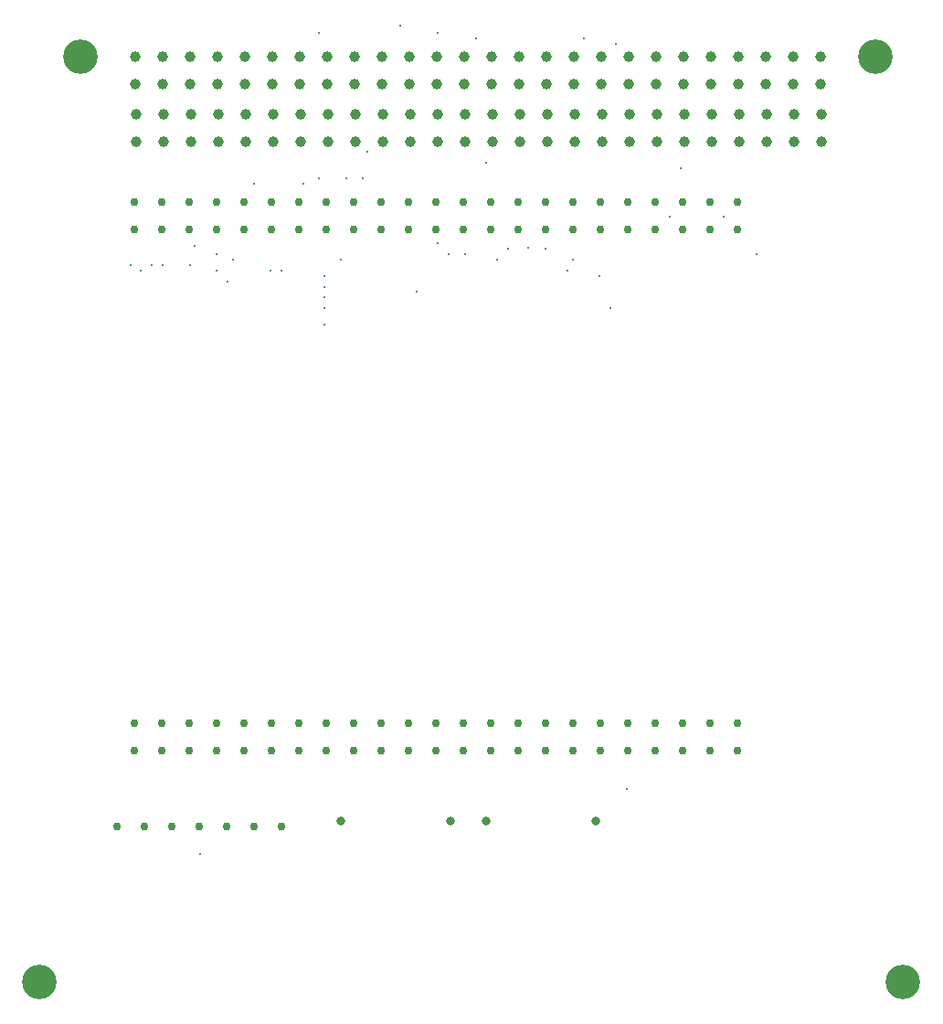
<source format=gbr>
%TF.GenerationSoftware,KiCad,Pcbnew,8.0.2-1*%
%TF.CreationDate,2024-08-24T15:03:30-05:00*%
%TF.ProjectId,BeagleBonePC104,42656167-6c65-4426-9f6e-655043313034,rev?*%
%TF.SameCoordinates,Original*%
%TF.FileFunction,Plated,1,2,PTH,Drill*%
%TF.FilePolarity,Positive*%
%FSLAX46Y46*%
G04 Gerber Fmt 4.6, Leading zero omitted, Abs format (unit mm)*
G04 Created by KiCad (PCBNEW 8.0.2-1) date 2024-08-24 15:03:30*
%MOMM*%
%LPD*%
G01*
G04 APERTURE LIST*
%TA.AperFunction,ViaDrill*%
%ADD10C,0.300000*%
%TD*%
%TA.AperFunction,ComponentDrill*%
%ADD11C,0.762000*%
%TD*%
%TA.AperFunction,ComponentDrill*%
%ADD12C,0.800000*%
%TD*%
%TA.AperFunction,ComponentDrill*%
%ADD13C,1.000000*%
%TD*%
%TA.AperFunction,ComponentDrill*%
%ADD14C,3.200000*%
%TD*%
G04 APERTURE END LIST*
D10*
X93500000Y-98500000D03*
X94500000Y-99000000D03*
X95500000Y-98500000D03*
X96500000Y-98500000D03*
X99000000Y-98500000D03*
X99432000Y-96716000D03*
X100000000Y-153000000D03*
X101500000Y-97500000D03*
X101500000Y-99000000D03*
X102500000Y-100000000D03*
X103000000Y-98000000D03*
X105000000Y-91000000D03*
X106500000Y-99000000D03*
X107500000Y-99000000D03*
X109500000Y-91000000D03*
X111000000Y-77000000D03*
X111000000Y-90500000D03*
X111500000Y-99500000D03*
X111500000Y-100500000D03*
X111500000Y-101500000D03*
X111500000Y-102500000D03*
X111500000Y-104000000D03*
X113000000Y-98000000D03*
X113500000Y-90500000D03*
X115000000Y-90500000D03*
X115500000Y-88000000D03*
X118500000Y-76350000D03*
X120000000Y-101000000D03*
X122000000Y-77000000D03*
X122000000Y-96500000D03*
X123000000Y-97500000D03*
X124500000Y-97500000D03*
X125500000Y-77500000D03*
X126500000Y-89000000D03*
X127500000Y-98000000D03*
X128500000Y-97000000D03*
X130365000Y-96865000D03*
X132000000Y-97000000D03*
X134000000Y-99000000D03*
X134500000Y-98000000D03*
X135500000Y-77500000D03*
X137000000Y-99500000D03*
X138000000Y-102500000D03*
X138500000Y-78000000D03*
X139500000Y-147000000D03*
X143500000Y-94000000D03*
X144500000Y-89500000D03*
X148500000Y-94000000D03*
X151500000Y-97500000D03*
D11*
%TO.C,U3*%
X92290000Y-150480000D03*
%TO.C,U1*%
X93890000Y-92700000D03*
X93890000Y-95240000D03*
X93890000Y-140960000D03*
X93890000Y-143500000D03*
%TO.C,U3*%
X94830000Y-150480000D03*
%TO.C,U1*%
X96430000Y-92700000D03*
X96430000Y-95240000D03*
X96430000Y-140960000D03*
X96430000Y-143500000D03*
%TO.C,U3*%
X97370000Y-150480000D03*
%TO.C,U1*%
X98970000Y-92700000D03*
X98970000Y-95240000D03*
X98970000Y-140960000D03*
X98970000Y-143500000D03*
%TO.C,U3*%
X99910000Y-150480000D03*
%TO.C,U1*%
X101510000Y-92700000D03*
X101510000Y-95240000D03*
X101510000Y-140960000D03*
X101510000Y-143500000D03*
%TO.C,U3*%
X102450000Y-150480000D03*
%TO.C,U1*%
X104050000Y-92700000D03*
X104050000Y-95240000D03*
X104050000Y-140960000D03*
X104050000Y-143500000D03*
%TO.C,U3*%
X104990000Y-150480000D03*
%TO.C,U1*%
X106590000Y-92700000D03*
X106590000Y-95240000D03*
X106590000Y-140960000D03*
X106590000Y-143500000D03*
%TO.C,U3*%
X107530000Y-150480000D03*
%TO.C,U1*%
X109130000Y-92700000D03*
X109130000Y-95240000D03*
X109130000Y-140960000D03*
X109130000Y-143500000D03*
X111670000Y-92700000D03*
X111670000Y-95240000D03*
X111670000Y-140960000D03*
X111670000Y-143500000D03*
X114210000Y-92700000D03*
X114210000Y-95240000D03*
X114210000Y-140960000D03*
X114210000Y-143500000D03*
X116750000Y-92700000D03*
X116750000Y-95240000D03*
X116750000Y-140960000D03*
X116750000Y-143500000D03*
X119290000Y-92700000D03*
X119290000Y-95240000D03*
X119290000Y-140960000D03*
X119290000Y-143500000D03*
X121830000Y-92700000D03*
X121830000Y-95240000D03*
X121830000Y-140960000D03*
X121830000Y-143500000D03*
X124370000Y-92700000D03*
X124370000Y-95240000D03*
X124370000Y-140960000D03*
X124370000Y-143500000D03*
X126910000Y-92700000D03*
X126910000Y-95240000D03*
X126910000Y-140960000D03*
X126910000Y-143500000D03*
X129450000Y-92700000D03*
X129450000Y-95240000D03*
X129450000Y-140960000D03*
X129450000Y-143500000D03*
X131990000Y-92700000D03*
X131990000Y-95240000D03*
X131990000Y-140960000D03*
X131990000Y-143500000D03*
X134530000Y-92700000D03*
X134530000Y-95240000D03*
X134530000Y-140960000D03*
X134530000Y-143500000D03*
X137070000Y-92700000D03*
X137070000Y-95240000D03*
X137070000Y-140960000D03*
X137070000Y-143500000D03*
X139610000Y-92700000D03*
X139610000Y-95240000D03*
X139610000Y-140960000D03*
X139610000Y-143500000D03*
X142150000Y-92700000D03*
X142150000Y-95240000D03*
X142150000Y-140960000D03*
X142150000Y-143500000D03*
X144690000Y-92700000D03*
X144690000Y-95240000D03*
X144690000Y-140960000D03*
X144690000Y-143500000D03*
X147230000Y-92700000D03*
X147230000Y-95240000D03*
X147230000Y-140960000D03*
X147230000Y-143500000D03*
X149770000Y-92700000D03*
X149770000Y-95240000D03*
X149770000Y-140960000D03*
X149770000Y-143500000D03*
D12*
%TO.C,R1*%
X113010000Y-150000000D03*
X123170000Y-150000000D03*
%TO.C,R2*%
X126510000Y-150000000D03*
X136670000Y-150000000D03*
D13*
%TO.C,U2*%
X94000000Y-79190000D03*
X94000000Y-81730000D03*
%TO.C,U4*%
X94012500Y-84500000D03*
X94012500Y-87040000D03*
%TO.C,U2*%
X96540000Y-79190000D03*
X96540000Y-81730000D03*
%TO.C,U4*%
X96552500Y-84500000D03*
X96552500Y-87040000D03*
%TO.C,U2*%
X99080000Y-79190000D03*
X99080000Y-81730000D03*
%TO.C,U4*%
X99092500Y-84500000D03*
X99092500Y-87040000D03*
%TO.C,U2*%
X101620000Y-79190000D03*
X101620000Y-81730000D03*
%TO.C,U4*%
X101632500Y-84500000D03*
X101632500Y-87040000D03*
%TO.C,U2*%
X104160000Y-79190000D03*
X104160000Y-81730000D03*
%TO.C,U4*%
X104172500Y-84500000D03*
X104172500Y-87040000D03*
%TO.C,U2*%
X106700000Y-79190000D03*
X106700000Y-81730000D03*
%TO.C,U4*%
X106712500Y-84500000D03*
X106712500Y-87040000D03*
%TO.C,U2*%
X109240000Y-79190000D03*
X109240000Y-81730000D03*
%TO.C,U4*%
X109252500Y-84500000D03*
X109252500Y-87040000D03*
%TO.C,U2*%
X111780000Y-79190000D03*
X111780000Y-81730000D03*
%TO.C,U4*%
X111792500Y-84500000D03*
X111792500Y-87040000D03*
%TO.C,U2*%
X114320000Y-79190000D03*
X114320000Y-81730000D03*
%TO.C,U4*%
X114332500Y-84500000D03*
X114332500Y-87040000D03*
%TO.C,U2*%
X116860000Y-79190000D03*
X116860000Y-81730000D03*
%TO.C,U4*%
X116872500Y-84500000D03*
X116872500Y-87040000D03*
%TO.C,U2*%
X119400000Y-79190000D03*
X119400000Y-81730000D03*
%TO.C,U4*%
X119412500Y-84500000D03*
X119412500Y-87040000D03*
%TO.C,U2*%
X121940000Y-79190000D03*
X121940000Y-81730000D03*
%TO.C,U4*%
X121952500Y-84500000D03*
X121952500Y-87040000D03*
%TO.C,U2*%
X124480000Y-79190000D03*
X124480000Y-81730000D03*
%TO.C,U4*%
X124492500Y-84500000D03*
X124492500Y-87040000D03*
%TO.C,U2*%
X127020000Y-79190000D03*
X127020000Y-81730000D03*
%TO.C,U4*%
X127032500Y-84500000D03*
X127032500Y-87040000D03*
%TO.C,U2*%
X129560000Y-79190000D03*
X129560000Y-81730000D03*
%TO.C,U4*%
X129572500Y-84500000D03*
X129572500Y-87040000D03*
%TO.C,U2*%
X132100000Y-79190000D03*
X132100000Y-81730000D03*
%TO.C,U4*%
X132112500Y-84500000D03*
X132112500Y-87040000D03*
%TO.C,U2*%
X134640000Y-79190000D03*
X134640000Y-81730000D03*
%TO.C,U4*%
X134652500Y-84500000D03*
X134652500Y-87040000D03*
%TO.C,U2*%
X137180000Y-79190000D03*
X137180000Y-81730000D03*
%TO.C,U4*%
X137192500Y-84500000D03*
X137192500Y-87040000D03*
%TO.C,U2*%
X139720000Y-79190000D03*
X139720000Y-81730000D03*
%TO.C,U4*%
X139732500Y-84500000D03*
X139732500Y-87040000D03*
%TO.C,U2*%
X142260000Y-79190000D03*
X142260000Y-81730000D03*
%TO.C,U4*%
X142272500Y-84500000D03*
X142272500Y-87040000D03*
%TO.C,U2*%
X144800000Y-79190000D03*
X144800000Y-81730000D03*
%TO.C,U4*%
X144812500Y-84500000D03*
X144812500Y-87040000D03*
%TO.C,U2*%
X147340000Y-79190000D03*
X147340000Y-81730000D03*
%TO.C,U4*%
X147352500Y-84500000D03*
X147352500Y-87040000D03*
%TO.C,U2*%
X149880000Y-79190000D03*
X149880000Y-81730000D03*
%TO.C,U4*%
X149892500Y-84500000D03*
X149892500Y-87040000D03*
%TO.C,U2*%
X152420000Y-79190000D03*
X152420000Y-81730000D03*
%TO.C,U4*%
X152432500Y-84500000D03*
X152432500Y-87040000D03*
%TO.C,U2*%
X154960000Y-79190000D03*
X154960000Y-81730000D03*
%TO.C,U4*%
X154972500Y-84500000D03*
X154972500Y-87040000D03*
%TO.C,U2*%
X157500000Y-79190000D03*
X157500000Y-81730000D03*
%TO.C,U4*%
X157512500Y-84500000D03*
X157512500Y-87040000D03*
D14*
%TO.C,U2*%
X85110000Y-164920000D03*
X88920000Y-79190000D03*
X162580000Y-79190000D03*
X165120000Y-164920000D03*
M02*

</source>
